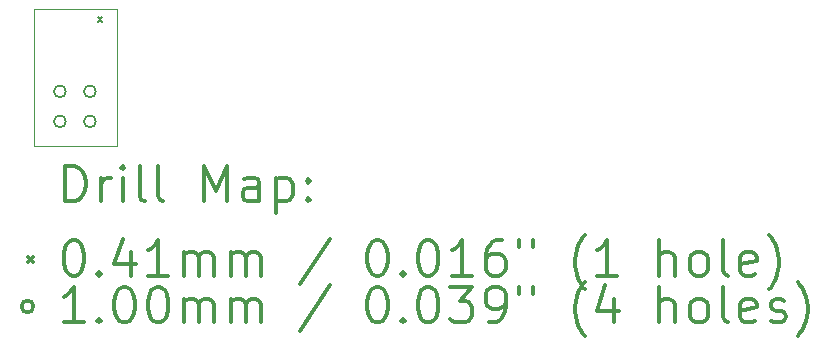
<source format=gbr>
%FSLAX45Y45*%
G04 Gerber Fmt 4.5, Leading zero omitted, Abs format (unit mm)*
G04 Created by KiCad (PCBNEW 4.0.6) date 06/12/17 13:14:46*
%MOMM*%
%LPD*%
G01*
G04 APERTURE LIST*
%ADD10C,0.127000*%
%ADD11C,0.100000*%
%ADD12C,0.200000*%
%ADD13C,0.300000*%
G04 APERTURE END LIST*
D10*
D11*
X700000Y1160000D02*
X700000Y0D01*
X0Y1160000D02*
X700000Y1160000D01*
X0Y0D02*
X0Y1160000D01*
X700000Y0D02*
X0Y0D01*
D12*
X539500Y1090500D02*
X580500Y1049500D01*
X580500Y1090500D02*
X539500Y1049500D01*
X270000Y460000D02*
G75*
G03X270000Y460000I-50000J0D01*
G01*
X270000Y206000D02*
G75*
G03X270000Y206000I-50000J0D01*
G01*
X524000Y460000D02*
G75*
G03X524000Y460000I-50000J0D01*
G01*
X524000Y206000D02*
G75*
G03X524000Y206000I-50000J0D01*
G01*
D13*
X266429Y-470714D02*
X266429Y-170714D01*
X337857Y-170714D01*
X380714Y-185000D01*
X409286Y-213571D01*
X423571Y-242143D01*
X437857Y-299286D01*
X437857Y-342143D01*
X423571Y-399286D01*
X409286Y-427857D01*
X380714Y-456429D01*
X337857Y-470714D01*
X266429Y-470714D01*
X566429Y-470714D02*
X566429Y-270714D01*
X566429Y-327857D02*
X580714Y-299286D01*
X595000Y-285000D01*
X623571Y-270714D01*
X652143Y-270714D01*
X752143Y-470714D02*
X752143Y-270714D01*
X752143Y-170714D02*
X737857Y-185000D01*
X752143Y-199286D01*
X766428Y-185000D01*
X752143Y-170714D01*
X752143Y-199286D01*
X937857Y-470714D02*
X909286Y-456429D01*
X895000Y-427857D01*
X895000Y-170714D01*
X1095000Y-470714D02*
X1066429Y-456429D01*
X1052143Y-427857D01*
X1052143Y-170714D01*
X1437857Y-470714D02*
X1437857Y-170714D01*
X1537857Y-385000D01*
X1637857Y-170714D01*
X1637857Y-470714D01*
X1909286Y-470714D02*
X1909286Y-313572D01*
X1895000Y-285000D01*
X1866428Y-270714D01*
X1809286Y-270714D01*
X1780714Y-285000D01*
X1909286Y-456429D02*
X1880714Y-470714D01*
X1809286Y-470714D01*
X1780714Y-456429D01*
X1766428Y-427857D01*
X1766428Y-399286D01*
X1780714Y-370714D01*
X1809286Y-356429D01*
X1880714Y-356429D01*
X1909286Y-342143D01*
X2052143Y-270714D02*
X2052143Y-570714D01*
X2052143Y-285000D02*
X2080714Y-270714D01*
X2137857Y-270714D01*
X2166429Y-285000D01*
X2180714Y-299286D01*
X2195000Y-327857D01*
X2195000Y-413571D01*
X2180714Y-442143D01*
X2166429Y-456429D01*
X2137857Y-470714D01*
X2080714Y-470714D01*
X2052143Y-456429D01*
X2323571Y-442143D02*
X2337857Y-456429D01*
X2323571Y-470714D01*
X2309286Y-456429D01*
X2323571Y-442143D01*
X2323571Y-470714D01*
X2323571Y-285000D02*
X2337857Y-299286D01*
X2323571Y-313572D01*
X2309286Y-299286D01*
X2323571Y-285000D01*
X2323571Y-313572D01*
X-46000Y-944500D02*
X-5000Y-985500D01*
X-5000Y-944500D02*
X-46000Y-985500D01*
X323571Y-800714D02*
X352143Y-800714D01*
X380714Y-815000D01*
X395000Y-829286D01*
X409286Y-857857D01*
X423571Y-915000D01*
X423571Y-986429D01*
X409286Y-1043571D01*
X395000Y-1072143D01*
X380714Y-1086429D01*
X352143Y-1100714D01*
X323571Y-1100714D01*
X295000Y-1086429D01*
X280714Y-1072143D01*
X266429Y-1043571D01*
X252143Y-986429D01*
X252143Y-915000D01*
X266429Y-857857D01*
X280714Y-829286D01*
X295000Y-815000D01*
X323571Y-800714D01*
X552143Y-1072143D02*
X566429Y-1086429D01*
X552143Y-1100714D01*
X537857Y-1086429D01*
X552143Y-1072143D01*
X552143Y-1100714D01*
X823571Y-900714D02*
X823571Y-1100714D01*
X752143Y-786429D02*
X680714Y-1000714D01*
X866428Y-1000714D01*
X1137857Y-1100714D02*
X966428Y-1100714D01*
X1052143Y-1100714D02*
X1052143Y-800714D01*
X1023571Y-843571D01*
X995000Y-872143D01*
X966428Y-886429D01*
X1266429Y-1100714D02*
X1266429Y-900714D01*
X1266429Y-929286D02*
X1280714Y-915000D01*
X1309286Y-900714D01*
X1352143Y-900714D01*
X1380714Y-915000D01*
X1395000Y-943571D01*
X1395000Y-1100714D01*
X1395000Y-943571D02*
X1409286Y-915000D01*
X1437857Y-900714D01*
X1480714Y-900714D01*
X1509286Y-915000D01*
X1523571Y-943571D01*
X1523571Y-1100714D01*
X1666428Y-1100714D02*
X1666428Y-900714D01*
X1666428Y-929286D02*
X1680714Y-915000D01*
X1709286Y-900714D01*
X1752143Y-900714D01*
X1780714Y-915000D01*
X1795000Y-943571D01*
X1795000Y-1100714D01*
X1795000Y-943571D02*
X1809286Y-915000D01*
X1837857Y-900714D01*
X1880714Y-900714D01*
X1909286Y-915000D01*
X1923571Y-943571D01*
X1923571Y-1100714D01*
X2509286Y-786429D02*
X2252143Y-1172143D01*
X2895000Y-800714D02*
X2923571Y-800714D01*
X2952143Y-815000D01*
X2966428Y-829286D01*
X2980714Y-857857D01*
X2995000Y-915000D01*
X2995000Y-986429D01*
X2980714Y-1043571D01*
X2966428Y-1072143D01*
X2952143Y-1086429D01*
X2923571Y-1100714D01*
X2895000Y-1100714D01*
X2866428Y-1086429D01*
X2852143Y-1072143D01*
X2837857Y-1043571D01*
X2823571Y-986429D01*
X2823571Y-915000D01*
X2837857Y-857857D01*
X2852143Y-829286D01*
X2866428Y-815000D01*
X2895000Y-800714D01*
X3123571Y-1072143D02*
X3137857Y-1086429D01*
X3123571Y-1100714D01*
X3109286Y-1086429D01*
X3123571Y-1072143D01*
X3123571Y-1100714D01*
X3323571Y-800714D02*
X3352143Y-800714D01*
X3380714Y-815000D01*
X3395000Y-829286D01*
X3409285Y-857857D01*
X3423571Y-915000D01*
X3423571Y-986429D01*
X3409285Y-1043571D01*
X3395000Y-1072143D01*
X3380714Y-1086429D01*
X3352143Y-1100714D01*
X3323571Y-1100714D01*
X3295000Y-1086429D01*
X3280714Y-1072143D01*
X3266428Y-1043571D01*
X3252143Y-986429D01*
X3252143Y-915000D01*
X3266428Y-857857D01*
X3280714Y-829286D01*
X3295000Y-815000D01*
X3323571Y-800714D01*
X3709285Y-1100714D02*
X3537857Y-1100714D01*
X3623571Y-1100714D02*
X3623571Y-800714D01*
X3595000Y-843571D01*
X3566428Y-872143D01*
X3537857Y-886429D01*
X3966428Y-800714D02*
X3909285Y-800714D01*
X3880714Y-815000D01*
X3866428Y-829286D01*
X3837857Y-872143D01*
X3823571Y-929286D01*
X3823571Y-1043571D01*
X3837857Y-1072143D01*
X3852143Y-1086429D01*
X3880714Y-1100714D01*
X3937857Y-1100714D01*
X3966428Y-1086429D01*
X3980714Y-1072143D01*
X3995000Y-1043571D01*
X3995000Y-972143D01*
X3980714Y-943571D01*
X3966428Y-929286D01*
X3937857Y-915000D01*
X3880714Y-915000D01*
X3852143Y-929286D01*
X3837857Y-943571D01*
X3823571Y-972143D01*
X4109286Y-800714D02*
X4109286Y-857857D01*
X4223571Y-800714D02*
X4223571Y-857857D01*
X4666428Y-1215000D02*
X4652143Y-1200714D01*
X4623571Y-1157857D01*
X4609286Y-1129286D01*
X4595000Y-1086429D01*
X4580714Y-1015000D01*
X4580714Y-957857D01*
X4595000Y-886429D01*
X4609286Y-843571D01*
X4623571Y-815000D01*
X4652143Y-772143D01*
X4666428Y-757857D01*
X4937857Y-1100714D02*
X4766428Y-1100714D01*
X4852143Y-1100714D02*
X4852143Y-800714D01*
X4823571Y-843571D01*
X4795000Y-872143D01*
X4766428Y-886429D01*
X5295000Y-1100714D02*
X5295000Y-800714D01*
X5423571Y-1100714D02*
X5423571Y-943571D01*
X5409286Y-915000D01*
X5380714Y-900714D01*
X5337857Y-900714D01*
X5309286Y-915000D01*
X5295000Y-929286D01*
X5609285Y-1100714D02*
X5580714Y-1086429D01*
X5566428Y-1072143D01*
X5552143Y-1043571D01*
X5552143Y-957857D01*
X5566428Y-929286D01*
X5580714Y-915000D01*
X5609285Y-900714D01*
X5652143Y-900714D01*
X5680714Y-915000D01*
X5695000Y-929286D01*
X5709285Y-957857D01*
X5709285Y-1043571D01*
X5695000Y-1072143D01*
X5680714Y-1086429D01*
X5652143Y-1100714D01*
X5609285Y-1100714D01*
X5880714Y-1100714D02*
X5852143Y-1086429D01*
X5837857Y-1057857D01*
X5837857Y-800714D01*
X6109286Y-1086429D02*
X6080714Y-1100714D01*
X6023571Y-1100714D01*
X5995000Y-1086429D01*
X5980714Y-1057857D01*
X5980714Y-943571D01*
X5995000Y-915000D01*
X6023571Y-900714D01*
X6080714Y-900714D01*
X6109286Y-915000D01*
X6123571Y-943571D01*
X6123571Y-972143D01*
X5980714Y-1000714D01*
X6223571Y-1215000D02*
X6237857Y-1200714D01*
X6266428Y-1157857D01*
X6280714Y-1129286D01*
X6295000Y-1086429D01*
X6309286Y-1015000D01*
X6309286Y-957857D01*
X6295000Y-886429D01*
X6280714Y-843571D01*
X6266428Y-815000D01*
X6237857Y-772143D01*
X6223571Y-757857D01*
X-5000Y-1361000D02*
G75*
G03X-5000Y-1361000I-50000J0D01*
G01*
X423571Y-1496714D02*
X252143Y-1496714D01*
X337857Y-1496714D02*
X337857Y-1196714D01*
X309286Y-1239572D01*
X280714Y-1268143D01*
X252143Y-1282429D01*
X552143Y-1468143D02*
X566429Y-1482429D01*
X552143Y-1496714D01*
X537857Y-1482429D01*
X552143Y-1468143D01*
X552143Y-1496714D01*
X752143Y-1196714D02*
X780714Y-1196714D01*
X809286Y-1211000D01*
X823571Y-1225286D01*
X837857Y-1253857D01*
X852143Y-1311000D01*
X852143Y-1382429D01*
X837857Y-1439571D01*
X823571Y-1468143D01*
X809286Y-1482429D01*
X780714Y-1496714D01*
X752143Y-1496714D01*
X723571Y-1482429D01*
X709286Y-1468143D01*
X695000Y-1439571D01*
X680714Y-1382429D01*
X680714Y-1311000D01*
X695000Y-1253857D01*
X709286Y-1225286D01*
X723571Y-1211000D01*
X752143Y-1196714D01*
X1037857Y-1196714D02*
X1066429Y-1196714D01*
X1095000Y-1211000D01*
X1109286Y-1225286D01*
X1123571Y-1253857D01*
X1137857Y-1311000D01*
X1137857Y-1382429D01*
X1123571Y-1439571D01*
X1109286Y-1468143D01*
X1095000Y-1482429D01*
X1066429Y-1496714D01*
X1037857Y-1496714D01*
X1009286Y-1482429D01*
X995000Y-1468143D01*
X980714Y-1439571D01*
X966428Y-1382429D01*
X966428Y-1311000D01*
X980714Y-1253857D01*
X995000Y-1225286D01*
X1009286Y-1211000D01*
X1037857Y-1196714D01*
X1266429Y-1496714D02*
X1266429Y-1296714D01*
X1266429Y-1325286D02*
X1280714Y-1311000D01*
X1309286Y-1296714D01*
X1352143Y-1296714D01*
X1380714Y-1311000D01*
X1395000Y-1339572D01*
X1395000Y-1496714D01*
X1395000Y-1339572D02*
X1409286Y-1311000D01*
X1437857Y-1296714D01*
X1480714Y-1296714D01*
X1509286Y-1311000D01*
X1523571Y-1339572D01*
X1523571Y-1496714D01*
X1666428Y-1496714D02*
X1666428Y-1296714D01*
X1666428Y-1325286D02*
X1680714Y-1311000D01*
X1709286Y-1296714D01*
X1752143Y-1296714D01*
X1780714Y-1311000D01*
X1795000Y-1339572D01*
X1795000Y-1496714D01*
X1795000Y-1339572D02*
X1809286Y-1311000D01*
X1837857Y-1296714D01*
X1880714Y-1296714D01*
X1909286Y-1311000D01*
X1923571Y-1339572D01*
X1923571Y-1496714D01*
X2509286Y-1182429D02*
X2252143Y-1568143D01*
X2895000Y-1196714D02*
X2923571Y-1196714D01*
X2952143Y-1211000D01*
X2966428Y-1225286D01*
X2980714Y-1253857D01*
X2995000Y-1311000D01*
X2995000Y-1382429D01*
X2980714Y-1439571D01*
X2966428Y-1468143D01*
X2952143Y-1482429D01*
X2923571Y-1496714D01*
X2895000Y-1496714D01*
X2866428Y-1482429D01*
X2852143Y-1468143D01*
X2837857Y-1439571D01*
X2823571Y-1382429D01*
X2823571Y-1311000D01*
X2837857Y-1253857D01*
X2852143Y-1225286D01*
X2866428Y-1211000D01*
X2895000Y-1196714D01*
X3123571Y-1468143D02*
X3137857Y-1482429D01*
X3123571Y-1496714D01*
X3109286Y-1482429D01*
X3123571Y-1468143D01*
X3123571Y-1496714D01*
X3323571Y-1196714D02*
X3352143Y-1196714D01*
X3380714Y-1211000D01*
X3395000Y-1225286D01*
X3409285Y-1253857D01*
X3423571Y-1311000D01*
X3423571Y-1382429D01*
X3409285Y-1439571D01*
X3395000Y-1468143D01*
X3380714Y-1482429D01*
X3352143Y-1496714D01*
X3323571Y-1496714D01*
X3295000Y-1482429D01*
X3280714Y-1468143D01*
X3266428Y-1439571D01*
X3252143Y-1382429D01*
X3252143Y-1311000D01*
X3266428Y-1253857D01*
X3280714Y-1225286D01*
X3295000Y-1211000D01*
X3323571Y-1196714D01*
X3523571Y-1196714D02*
X3709285Y-1196714D01*
X3609285Y-1311000D01*
X3652143Y-1311000D01*
X3680714Y-1325286D01*
X3695000Y-1339572D01*
X3709285Y-1368143D01*
X3709285Y-1439571D01*
X3695000Y-1468143D01*
X3680714Y-1482429D01*
X3652143Y-1496714D01*
X3566428Y-1496714D01*
X3537857Y-1482429D01*
X3523571Y-1468143D01*
X3852143Y-1496714D02*
X3909285Y-1496714D01*
X3937857Y-1482429D01*
X3952143Y-1468143D01*
X3980714Y-1425286D01*
X3995000Y-1368143D01*
X3995000Y-1253857D01*
X3980714Y-1225286D01*
X3966428Y-1211000D01*
X3937857Y-1196714D01*
X3880714Y-1196714D01*
X3852143Y-1211000D01*
X3837857Y-1225286D01*
X3823571Y-1253857D01*
X3823571Y-1325286D01*
X3837857Y-1353857D01*
X3852143Y-1368143D01*
X3880714Y-1382429D01*
X3937857Y-1382429D01*
X3966428Y-1368143D01*
X3980714Y-1353857D01*
X3995000Y-1325286D01*
X4109286Y-1196714D02*
X4109286Y-1253857D01*
X4223571Y-1196714D02*
X4223571Y-1253857D01*
X4666428Y-1611000D02*
X4652143Y-1596714D01*
X4623571Y-1553857D01*
X4609286Y-1525286D01*
X4595000Y-1482429D01*
X4580714Y-1411000D01*
X4580714Y-1353857D01*
X4595000Y-1282429D01*
X4609286Y-1239572D01*
X4623571Y-1211000D01*
X4652143Y-1168143D01*
X4666428Y-1153857D01*
X4909286Y-1296714D02*
X4909286Y-1496714D01*
X4837857Y-1182429D02*
X4766428Y-1396714D01*
X4952143Y-1396714D01*
X5295000Y-1496714D02*
X5295000Y-1196714D01*
X5423571Y-1496714D02*
X5423571Y-1339572D01*
X5409286Y-1311000D01*
X5380714Y-1296714D01*
X5337857Y-1296714D01*
X5309286Y-1311000D01*
X5295000Y-1325286D01*
X5609285Y-1496714D02*
X5580714Y-1482429D01*
X5566428Y-1468143D01*
X5552143Y-1439571D01*
X5552143Y-1353857D01*
X5566428Y-1325286D01*
X5580714Y-1311000D01*
X5609285Y-1296714D01*
X5652143Y-1296714D01*
X5680714Y-1311000D01*
X5695000Y-1325286D01*
X5709285Y-1353857D01*
X5709285Y-1439571D01*
X5695000Y-1468143D01*
X5680714Y-1482429D01*
X5652143Y-1496714D01*
X5609285Y-1496714D01*
X5880714Y-1496714D02*
X5852143Y-1482429D01*
X5837857Y-1453857D01*
X5837857Y-1196714D01*
X6109286Y-1482429D02*
X6080714Y-1496714D01*
X6023571Y-1496714D01*
X5995000Y-1482429D01*
X5980714Y-1453857D01*
X5980714Y-1339572D01*
X5995000Y-1311000D01*
X6023571Y-1296714D01*
X6080714Y-1296714D01*
X6109286Y-1311000D01*
X6123571Y-1339572D01*
X6123571Y-1368143D01*
X5980714Y-1396714D01*
X6237857Y-1482429D02*
X6266428Y-1496714D01*
X6323571Y-1496714D01*
X6352143Y-1482429D01*
X6366428Y-1453857D01*
X6366428Y-1439571D01*
X6352143Y-1411000D01*
X6323571Y-1396714D01*
X6280714Y-1396714D01*
X6252143Y-1382429D01*
X6237857Y-1353857D01*
X6237857Y-1339572D01*
X6252143Y-1311000D01*
X6280714Y-1296714D01*
X6323571Y-1296714D01*
X6352143Y-1311000D01*
X6466428Y-1611000D02*
X6480714Y-1596714D01*
X6509286Y-1553857D01*
X6523571Y-1525286D01*
X6537857Y-1482429D01*
X6552143Y-1411000D01*
X6552143Y-1353857D01*
X6537857Y-1282429D01*
X6523571Y-1239572D01*
X6509286Y-1211000D01*
X6480714Y-1168143D01*
X6466428Y-1153857D01*
M02*

</source>
